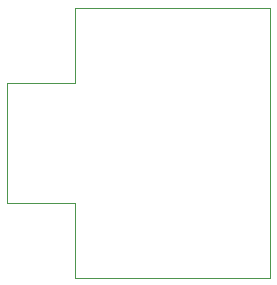
<source format=gbr>
%TF.GenerationSoftware,KiCad,Pcbnew,(5.1.8)-1*%
%TF.CreationDate,2021-11-16T13:30:18-08:00*%
%TF.ProjectId,ISPwPower,49535077-506f-4776-9572-2e6b69636164,rev?*%
%TF.SameCoordinates,Original*%
%TF.FileFunction,Profile,NP*%
%FSLAX46Y46*%
G04 Gerber Fmt 4.6, Leading zero omitted, Abs format (unit mm)*
G04 Created by KiCad (PCBNEW (5.1.8)-1) date 2021-11-16 13:30:18*
%MOMM*%
%LPD*%
G01*
G04 APERTURE LIST*
%TA.AperFunction,Profile*%
%ADD10C,0.100000*%
%TD*%
G04 APERTURE END LIST*
D10*
X154305000Y-105410000D02*
X154305000Y-111760000D01*
X148590000Y-105410000D02*
X154305000Y-105410000D01*
X154305000Y-95250000D02*
X154305000Y-88900000D01*
X148590000Y-95250000D02*
X154305000Y-95250000D01*
X170815000Y-88900000D02*
X170815000Y-111760000D01*
X154305000Y-88900000D02*
X170815000Y-88900000D01*
X148590000Y-105410000D02*
X148590000Y-95250000D01*
X170815000Y-111760000D02*
X154305000Y-111760000D01*
M02*

</source>
